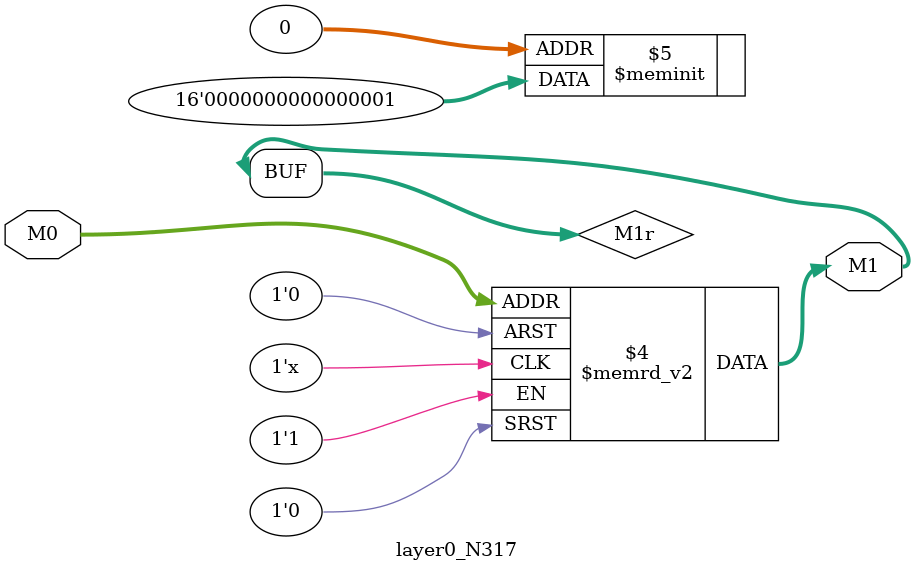
<source format=v>
module layer0_N317 ( input [2:0] M0, output [1:0] M1 );

	(*rom_style = "distributed" *) reg [1:0] M1r;
	assign M1 = M1r;
	always @ (M0) begin
		case (M0)
			3'b000: M1r = 2'b01;
			3'b100: M1r = 2'b00;
			3'b010: M1r = 2'b00;
			3'b110: M1r = 2'b00;
			3'b001: M1r = 2'b00;
			3'b101: M1r = 2'b00;
			3'b011: M1r = 2'b00;
			3'b111: M1r = 2'b00;

		endcase
	end
endmodule

</source>
